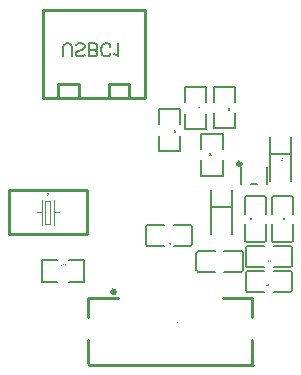
<source format=gbo>
G04 Layer: BottomSilkscreenLayer*
G04 EasyEDA v6.5.33, 2023-07-29 01:37:07*
G04 e2284e44ffa54268a608bda52510a791,d031c0a8eb424844af7c2e53bc7358ee,10*
G04 Gerber Generator version 0.2*
G04 Scale: 100 percent, Rotated: No, Reflected: No *
G04 Dimensions in millimeters *
G04 leading zeros omitted , absolute positions ,4 integer and 5 decimal *
%FSLAX45Y45*%
%MOMM*%

%ADD10C,0.1524*%
%ADD11C,0.2540*%
%ADD12C,0.1000*%
%ADD13C,0.3000*%

%LPD*%
G36*
X14280032Y6807352D02*
G01*
X14279524Y6807098D01*
X14279778Y6803034D01*
X14279727Y6792163D01*
X14279524Y6790080D01*
X14275714Y6789318D01*
X14275714Y6788556D01*
X14285874Y6788556D01*
X14285874Y6789318D01*
X14282064Y6790080D01*
X14282064Y6805320D01*
X14285620Y6805066D01*
X14285620Y6805828D01*
G37*
G36*
X14288922Y6807098D02*
G01*
X14288922Y6806336D01*
X14291462Y6805828D01*
X14296034Y6798716D01*
X14290700Y6789826D01*
X14288414Y6789572D01*
X14288414Y6788556D01*
X14296034Y6788556D01*
X14296034Y6789572D01*
X14293494Y6789826D01*
X14297558Y6796684D01*
X14301622Y6789826D01*
X14299336Y6789572D01*
X14299336Y6788556D01*
X14305686Y6788556D01*
X14305686Y6789572D01*
X14303146Y6789826D01*
X14298066Y6797700D01*
X14303146Y6805828D01*
X14305432Y6806336D01*
X14305432Y6807098D01*
X14297558Y6807098D01*
X14297558Y6806336D01*
X14300352Y6805828D01*
X14296542Y6799732D01*
X14292732Y6805828D01*
X14295272Y6806336D01*
X14295272Y6807098D01*
G37*
G36*
X15985744Y6795516D02*
G01*
X15983102Y6795109D01*
X15981019Y6793788D01*
X15979648Y6791350D01*
X15979140Y6787642D01*
X15979140Y6776466D01*
X15981172Y6776466D01*
X15981172Y6787642D01*
X15981527Y6790486D01*
X15982492Y6792264D01*
X15983966Y6793230D01*
X15985744Y6793484D01*
X15987522Y6793230D01*
X15988995Y6792264D01*
X15989960Y6790486D01*
X15990316Y6787642D01*
X15990316Y6776466D01*
X15992348Y6776466D01*
X15992348Y6787642D01*
X15991840Y6791350D01*
X15990366Y6793788D01*
X15988284Y6795109D01*
G37*
G36*
X16015462Y6795516D02*
G01*
X16013430Y6795312D01*
X16011804Y6794703D01*
X16010534Y6793890D01*
X16009619Y6792975D01*
X16010636Y6791452D01*
X16011499Y6792366D01*
X16012566Y6793077D01*
X16013785Y6793534D01*
X16015207Y6793738D01*
X16016782Y6793484D01*
X16018103Y6792722D01*
X16018967Y6791604D01*
X16019272Y6790181D01*
X16018916Y6788607D01*
X16017849Y6787438D01*
X16015969Y6786625D01*
X16013176Y6786372D01*
X16013176Y6784594D01*
X16015716Y6784340D01*
X16017392Y6783578D01*
X16018256Y6782460D01*
X16018510Y6781038D01*
X16018256Y6779717D01*
X16017595Y6778752D01*
X16016579Y6778193D01*
X16015207Y6777990D01*
X16013125Y6778498D01*
X16011398Y6779768D01*
X16010128Y6778498D01*
X16012464Y6776872D01*
X16013785Y6776415D01*
X16015207Y6776212D01*
X16017341Y6776516D01*
X16019018Y6777431D01*
X16020135Y6778904D01*
X16020542Y6780784D01*
X16020288Y6782358D01*
X16019627Y6783628D01*
X16018611Y6784644D01*
X16017240Y6785356D01*
X16018814Y6785965D01*
X16020135Y6786981D01*
X16020999Y6788403D01*
X16021304Y6790181D01*
X16020846Y6792417D01*
X16019627Y6794093D01*
X16017748Y6795160D01*
G37*
G36*
X15997174Y6795008D02*
G01*
X15997174Y6793484D01*
X16001238Y6793484D01*
X16001238Y6779259D01*
X15997936Y6779259D01*
X15997936Y6777736D01*
X16000018Y6777278D01*
X16001746Y6776466D01*
X16003269Y6776466D01*
X16003269Y6793484D01*
X16007080Y6793484D01*
X16007080Y6795008D01*
G37*
G36*
X16023844Y6795008D02*
G01*
X16023844Y6793992D01*
X16027654Y6790283D01*
X16030346Y6787032D01*
X16031972Y6784238D01*
X16032480Y6781800D01*
X16032226Y6780225D01*
X16031565Y6779056D01*
X16030448Y6778244D01*
X16028924Y6777990D01*
X16026688Y6778548D01*
X16025723Y6779158D01*
X16024860Y6780022D01*
X16023590Y6779006D01*
X16026079Y6776923D01*
X16027552Y6776415D01*
X16029178Y6776212D01*
X16031413Y6776567D01*
X16033089Y6777634D01*
X16034156Y6779310D01*
X16034512Y6781546D01*
X16033953Y6784390D01*
X16032429Y6787337D01*
X16029990Y6790334D01*
X16026892Y6793484D01*
X16029940Y6793230D01*
X16035274Y6793230D01*
X16035274Y6795008D01*
G37*
G36*
X15364612Y7355535D02*
G01*
X15362377Y7355078D01*
X15360700Y7353808D01*
X15359634Y7351979D01*
X15359278Y7349693D01*
X15359481Y7347610D01*
X15360040Y7345984D01*
X15360853Y7344714D01*
X15361818Y7343851D01*
X15363088Y7344816D01*
X15361666Y7346746D01*
X15361208Y7347966D01*
X15361056Y7349439D01*
X15361259Y7351014D01*
X15361970Y7352284D01*
X15363088Y7353147D01*
X15364612Y7353503D01*
X15366136Y7353147D01*
X15367355Y7352030D01*
X15368117Y7350150D01*
X15368422Y7347407D01*
X15369946Y7347407D01*
X15370251Y7349947D01*
X15371063Y7351572D01*
X15372283Y7352436D01*
X15373756Y7352741D01*
X15374975Y7352487D01*
X15375940Y7351826D01*
X15376550Y7350810D01*
X15376804Y7349439D01*
X15376296Y7347305D01*
X15375026Y7345629D01*
X15376296Y7344359D01*
X15377871Y7346696D01*
X15378379Y7347966D01*
X15378582Y7349439D01*
X15378226Y7351522D01*
X15377312Y7353249D01*
X15375788Y7354366D01*
X15373756Y7354773D01*
X15372181Y7354519D01*
X15370911Y7353858D01*
X15369997Y7352842D01*
X15369438Y7351471D01*
X15369184Y7351471D01*
X15368574Y7353046D01*
X15367660Y7354316D01*
X15366288Y7355179D01*
G37*
G36*
X15359532Y7341565D02*
G01*
X15359532Y7330135D01*
X15360802Y7330135D01*
X15364358Y7334046D01*
X15367558Y7336739D01*
X15370403Y7338263D01*
X15372994Y7338771D01*
X15374416Y7338568D01*
X15375636Y7337907D01*
X15376499Y7336840D01*
X15376804Y7335215D01*
X15376601Y7334097D01*
X15375382Y7332065D01*
X15374518Y7331151D01*
X15375788Y7330135D01*
X15377718Y7332472D01*
X15378328Y7333843D01*
X15378582Y7335469D01*
X15378176Y7337653D01*
X15377007Y7339330D01*
X15375229Y7340396D01*
X15372994Y7340803D01*
X15370098Y7340244D01*
X15367203Y7338669D01*
X15364206Y7336281D01*
X15361056Y7333132D01*
X15361310Y7335570D01*
X15361310Y7341565D01*
G37*
G36*
X15359532Y7328357D02*
G01*
X15359532Y7325766D01*
X15367660Y7321245D01*
X15367660Y7317689D01*
X15369184Y7317689D01*
X15369387Y7323023D01*
X15370098Y7324547D01*
X15371318Y7325461D01*
X15372994Y7325766D01*
X15374619Y7325461D01*
X15375686Y7324547D01*
X15376347Y7323023D01*
X15376550Y7317689D01*
X15359532Y7317689D01*
X15359532Y7315657D01*
X15378074Y7315657D01*
X15378074Y7321499D01*
X15377820Y7323988D01*
X15376956Y7325969D01*
X15375382Y7327341D01*
X15372994Y7327849D01*
X15370962Y7327493D01*
X15369438Y7326630D01*
X15368371Y7325258D01*
X15367660Y7323531D01*
G37*
G36*
X14427860Y6208014D02*
G01*
X14425676Y6207607D01*
X14423999Y6206540D01*
X14422932Y6204864D01*
X14422526Y6202680D01*
X14423034Y6199784D01*
X14424507Y6196888D01*
X14426844Y6193891D01*
X14429892Y6190742D01*
X14427606Y6190996D01*
X14421510Y6190996D01*
X14421510Y6189218D01*
X14432940Y6189218D01*
X14432940Y6190488D01*
X14429181Y6194044D01*
X14426590Y6197244D01*
X14425066Y6200089D01*
X14424558Y6202680D01*
X14424761Y6204102D01*
X14425422Y6205321D01*
X14426488Y6206185D01*
X14428114Y6206490D01*
X14429232Y6206286D01*
X14431111Y6205067D01*
X14431924Y6204204D01*
X14433194Y6205474D01*
X14430857Y6207302D01*
X14429486Y6207810D01*
G37*
G36*
X14413382Y6208014D02*
G01*
X14410994Y6207404D01*
X14409166Y6205677D01*
X14407997Y6202730D01*
X14407540Y6198616D01*
X14409572Y6198616D01*
X14409877Y6202070D01*
X14410639Y6204508D01*
X14411858Y6205982D01*
X14413382Y6206490D01*
X14414804Y6205982D01*
X14415922Y6204508D01*
X14416684Y6202070D01*
X14416938Y6198616D01*
X14416684Y6194958D01*
X14415922Y6192418D01*
X14414804Y6190945D01*
X14413382Y6190488D01*
X14411858Y6190945D01*
X14410639Y6192418D01*
X14409877Y6194958D01*
X14409572Y6198616D01*
X14407540Y6198616D01*
X14407997Y6194298D01*
X14409166Y6191300D01*
X14410994Y6189522D01*
X14413382Y6188964D01*
X14415668Y6189522D01*
X14417446Y6191300D01*
X14418563Y6194298D01*
X14418970Y6198616D01*
X14418563Y6202730D01*
X14417446Y6205677D01*
X14415668Y6207404D01*
G37*
G36*
X14441830Y6207760D02*
G01*
X14439239Y6207506D01*
X14437258Y6206642D01*
X14435937Y6205067D01*
X14435480Y6202680D01*
X14437512Y6202680D01*
X14437868Y6204254D01*
X14438782Y6205270D01*
X14440204Y6205778D01*
X14442084Y6205982D01*
X14445386Y6205982D01*
X14445386Y6198870D01*
X14442084Y6198870D01*
X14440204Y6199073D01*
X14438782Y6199784D01*
X14437868Y6201003D01*
X14437512Y6202680D01*
X14435480Y6202680D01*
X14435785Y6200648D01*
X14436598Y6199124D01*
X14437969Y6198057D01*
X14439798Y6197346D01*
X14434972Y6189218D01*
X14437258Y6189218D01*
X14441830Y6197346D01*
X14445386Y6197346D01*
X14445386Y6189218D01*
X14447418Y6189218D01*
X14447418Y6207760D01*
G37*
G36*
X15824250Y7535265D02*
G01*
X15821558Y7534706D01*
X15819526Y7533335D01*
X15818307Y7531404D01*
X15817900Y7529169D01*
X15818104Y7527239D01*
X15818662Y7525664D01*
X15820440Y7523327D01*
X15821710Y7524343D01*
X15820288Y7526223D01*
X15819831Y7527493D01*
X15819678Y7528915D01*
X15819983Y7530541D01*
X15820898Y7531912D01*
X15822371Y7532878D01*
X15824250Y7533233D01*
X15826079Y7532928D01*
X15827451Y7532065D01*
X15828263Y7530744D01*
X15828568Y7529169D01*
X15828314Y7527493D01*
X15827552Y7525867D01*
X15828314Y7524851D01*
X15836950Y7525359D01*
X15836950Y7534249D01*
X15835172Y7534249D01*
X15835172Y7527137D01*
X15829330Y7526629D01*
X15830245Y7528814D01*
X15830346Y7529677D01*
X15829940Y7531811D01*
X15828822Y7533589D01*
X15826892Y7534808D01*
G37*
G36*
X15818154Y7521803D02*
G01*
X15818154Y7519517D01*
X15826282Y7514945D01*
X15826282Y7511389D01*
X15828060Y7511389D01*
X15828263Y7516672D01*
X15828975Y7518095D01*
X15830092Y7518958D01*
X15831616Y7519263D01*
X15833242Y7518958D01*
X15834360Y7518095D01*
X15834969Y7516672D01*
X15835172Y7511389D01*
X15818154Y7511389D01*
X15818154Y7509357D01*
X15836950Y7509357D01*
X15836950Y7514945D01*
X15836646Y7517536D01*
X15835680Y7519517D01*
X15834055Y7520838D01*
X15831616Y7521295D01*
X15829686Y7520990D01*
X15828213Y7520178D01*
X15827146Y7518806D01*
X15826536Y7516977D01*
G37*
G36*
X15569590Y7539634D02*
G01*
X15569590Y7537094D01*
X15564256Y7537094D01*
X15564256Y7535316D01*
X15580512Y7535316D01*
X15577718Y7533792D01*
X15571114Y7529220D01*
X15571114Y7535316D01*
X15569590Y7535316D01*
X15569590Y7526934D01*
X15570860Y7526934D01*
X15582798Y7535062D01*
X15582798Y7537094D01*
X15571114Y7537094D01*
X15571114Y7539634D01*
G37*
G36*
X15564256Y7525918D02*
G01*
X15564256Y7523378D01*
X15572384Y7518806D01*
X15572384Y7515250D01*
X15574162Y7515250D01*
X15574365Y7520533D01*
X15575026Y7522006D01*
X15576092Y7522819D01*
X15577718Y7523124D01*
X15579344Y7522819D01*
X15580461Y7522006D01*
X15581071Y7520533D01*
X15581274Y7515250D01*
X15564256Y7515250D01*
X15564256Y7513218D01*
X15582798Y7513218D01*
X15582798Y7518806D01*
X15582544Y7521448D01*
X15581680Y7523530D01*
X15580156Y7524902D01*
X15577718Y7525410D01*
X15575838Y7525105D01*
X15574314Y7524191D01*
X15573248Y7522819D01*
X15572638Y7521092D01*
G37*
G36*
X15663367Y7151776D02*
G01*
X15663367Y7149744D01*
X15672257Y7149744D01*
X15672257Y7146442D01*
X15672003Y7144410D01*
X15671292Y7142988D01*
X15670072Y7142124D01*
X15668447Y7141870D01*
X15666821Y7142124D01*
X15665805Y7142988D01*
X15665297Y7144410D01*
X15665145Y7149744D01*
X15663367Y7149744D01*
X15663367Y7146188D01*
X15663621Y7143546D01*
X15664434Y7141464D01*
X15666008Y7140092D01*
X15668447Y7139584D01*
X15670479Y7139889D01*
X15672054Y7140803D01*
X15673120Y7142124D01*
X15673781Y7143902D01*
X15681909Y7139076D01*
X15681909Y7141616D01*
X15674035Y7146188D01*
X15674035Y7149744D01*
X15681909Y7149744D01*
X15681909Y7151776D01*
G37*
G36*
X15679877Y7137806D02*
G01*
X15678353Y7136536D01*
X15679928Y7134707D01*
X15680436Y7133488D01*
X15680639Y7131964D01*
X15680334Y7130389D01*
X15679572Y7129170D01*
X15678353Y7128408D01*
X15676829Y7128154D01*
X15675254Y7128459D01*
X15674035Y7129424D01*
X15673273Y7131253D01*
X15673019Y7133996D01*
X15671495Y7133996D01*
X15671190Y7131456D01*
X15670428Y7129780D01*
X15669209Y7128916D01*
X15667685Y7128662D01*
X15666466Y7128865D01*
X15665551Y7129525D01*
X15664942Y7130592D01*
X15664637Y7131964D01*
X15665246Y7134047D01*
X15666669Y7135774D01*
X15665145Y7137044D01*
X15663621Y7134707D01*
X15663214Y7133386D01*
X15663113Y7131964D01*
X15663367Y7129830D01*
X15664230Y7128154D01*
X15665653Y7127036D01*
X15667685Y7126630D01*
X15669260Y7126833D01*
X15670530Y7127494D01*
X15671546Y7128560D01*
X15672257Y7129932D01*
X15672866Y7128306D01*
X15673882Y7127036D01*
X15675305Y7126173D01*
X15677083Y7125868D01*
X15679267Y7126325D01*
X15680944Y7127646D01*
X15682010Y7129525D01*
X15682417Y7131710D01*
X15682163Y7133742D01*
X15681604Y7135418D01*
G37*
G36*
X15409163Y5721096D02*
G01*
X15407538Y5720943D01*
X15404998Y5719826D01*
X15404084Y5719064D01*
X15405354Y5717540D01*
X15406878Y5718810D01*
X15409163Y5719318D01*
X15411602Y5718810D01*
X15413532Y5717336D01*
X15414802Y5714949D01*
X15415260Y5711698D01*
X15414853Y5708446D01*
X15413634Y5705957D01*
X15411704Y5704382D01*
X15409163Y5703824D01*
X15407894Y5703976D01*
X15405811Y5704992D01*
X15404846Y5705856D01*
X15403576Y5704586D01*
X15406116Y5702757D01*
X15407640Y5702249D01*
X15409418Y5702046D01*
X15412567Y5702706D01*
X15415056Y5704586D01*
X15416682Y5707634D01*
X15417292Y5711698D01*
X15416682Y5715609D01*
X15414955Y5718606D01*
X15412364Y5720435D01*
G37*
G36*
X15396210Y5721096D02*
G01*
X15393974Y5720740D01*
X15392298Y5719673D01*
X15391231Y5717997D01*
X15390876Y5715762D01*
X15391434Y5712917D01*
X15392958Y5709970D01*
X15395397Y5706973D01*
X15398496Y5703824D01*
X15396870Y5704027D01*
X15390113Y5704078D01*
X15390113Y5702300D01*
X15401544Y5702300D01*
X15401544Y5703570D01*
X15397734Y5707176D01*
X15395041Y5710326D01*
X15393416Y5713171D01*
X15392907Y5715762D01*
X15393162Y5717235D01*
X15393822Y5718403D01*
X15394940Y5719267D01*
X15396463Y5719572D01*
X15398699Y5718911D01*
X15400528Y5717286D01*
X15401798Y5718556D01*
X15399308Y5720384D01*
X15397835Y5720892D01*
G37*
G36*
X15435326Y5720842D02*
G01*
X15435326Y5719064D01*
X15443962Y5719064D01*
X15443962Y5712460D01*
X15436596Y5712460D01*
X15436596Y5710682D01*
X15443962Y5710682D01*
X15443962Y5702300D01*
X15445994Y5702300D01*
X15445994Y5720842D01*
G37*
G36*
X15426944Y5720842D02*
G01*
X15424150Y5720588D01*
X15422016Y5719673D01*
X15420594Y5718048D01*
X15420086Y5715508D01*
X15422118Y5715508D01*
X15422422Y5717235D01*
X15423438Y5718352D01*
X15425013Y5718911D01*
X15429992Y5719064D01*
X15429992Y5711444D01*
X15427198Y5711444D01*
X15424912Y5711698D01*
X15423337Y5712409D01*
X15422422Y5713679D01*
X15422118Y5715508D01*
X15420086Y5715508D01*
X15420543Y5713018D01*
X15421914Y5711291D01*
X15424048Y5710275D01*
X15426944Y5709920D01*
X15429992Y5709920D01*
X15429992Y5702300D01*
X15432024Y5702300D01*
X15432024Y5720842D01*
G37*
G36*
X16267684Y7104888D02*
G01*
X16267684Y7093458D01*
X16268954Y7093458D01*
X16272662Y7097217D01*
X16275812Y7099858D01*
X16278606Y7101331D01*
X16281146Y7101840D01*
X16282720Y7101636D01*
X16283889Y7101027D01*
X16284701Y7099909D01*
X16284956Y7098284D01*
X16284752Y7097166D01*
X16283584Y7095286D01*
X16282669Y7094474D01*
X16283940Y7093203D01*
X16285921Y7095591D01*
X16286530Y7096963D01*
X16286734Y7098538D01*
X16286327Y7100773D01*
X16285159Y7102449D01*
X16283432Y7103516D01*
X16281146Y7103872D01*
X16278402Y7103364D01*
X16275507Y7101890D01*
X16272510Y7099604D01*
X16269462Y7096506D01*
X16269462Y7104888D01*
G37*
G36*
X16267684Y7090409D02*
G01*
X16267684Y7080503D01*
X16269462Y7080503D01*
X16269462Y7084568D01*
X16283686Y7084568D01*
X16283686Y7081520D01*
X16284956Y7081520D01*
X16286226Y7085075D01*
X16286226Y7086853D01*
X16269462Y7086853D01*
X16269462Y7090409D01*
G37*
G36*
X16269969Y7077202D02*
G01*
X16268954Y7076135D01*
X16268141Y7074865D01*
X16267633Y7073392D01*
X16267430Y7071614D01*
X16268090Y7068464D01*
X16269969Y7065975D01*
X16273018Y7064349D01*
X16277082Y7063740D01*
X16281044Y7064349D01*
X16284092Y7065975D01*
X16286022Y7068566D01*
X16286734Y7071868D01*
X16286530Y7073442D01*
X16285210Y7075931D01*
X16284448Y7076948D01*
X16282924Y7075678D01*
X16283736Y7074865D01*
X16284600Y7072985D01*
X16284701Y7071868D01*
X16284194Y7069429D01*
X16282720Y7067499D01*
X16280333Y7066229D01*
X16277082Y7065772D01*
X16273830Y7066178D01*
X16271341Y7067397D01*
X16269766Y7069328D01*
X16269207Y7071868D01*
X16269360Y7073138D01*
X16269766Y7074204D01*
X16270478Y7075220D01*
X16271494Y7076186D01*
G37*
G36*
X16149980Y6044946D02*
G01*
X16146830Y6044336D01*
X16144290Y6042406D01*
X16142665Y6039408D01*
X16142106Y6035294D01*
X16142665Y6031331D01*
X16144341Y6028283D01*
X16146932Y6026353D01*
X16150234Y6025642D01*
X16151809Y6025896D01*
X16153231Y6026404D01*
X16155314Y6027928D01*
X16154044Y6029452D01*
X16153231Y6028639D01*
X16151301Y6027775D01*
X16150234Y6027674D01*
X16147745Y6028232D01*
X16145814Y6029706D01*
X16144595Y6032093D01*
X16144138Y6035294D01*
X16144544Y6038596D01*
X16145763Y6041085D01*
X16147643Y6042660D01*
X16150234Y6043168D01*
X16151453Y6043066D01*
X16152571Y6042609D01*
X16153587Y6041898D01*
X16154552Y6040882D01*
X16155822Y6042406D01*
X16154603Y6043472D01*
X16153282Y6044285D01*
X16151758Y6044793D01*
G37*
G36*
X16158870Y6044692D02*
G01*
X16158870Y6042914D01*
X16163188Y6042914D01*
X16163188Y6028690D01*
X16159886Y6028690D01*
X16159886Y6027420D01*
X16163696Y6026150D01*
X16165220Y6026150D01*
X16165220Y6042914D01*
X16169030Y6042914D01*
X16169030Y6044692D01*
G37*
G36*
X16172840Y6044692D02*
G01*
X16172840Y6042914D01*
X16177158Y6042914D01*
X16177158Y6028690D01*
X16173856Y6028690D01*
X16173856Y6027420D01*
X16177412Y6026150D01*
X16179190Y6026150D01*
X16179190Y6042914D01*
X16183000Y6042914D01*
X16183000Y6044692D01*
G37*
G36*
X16149980Y6245047D02*
G01*
X16146830Y6244386D01*
X16144290Y6242507D01*
X16142665Y6239510D01*
X16142106Y6235395D01*
X16142665Y6231432D01*
X16144341Y6228384D01*
X16146932Y6226454D01*
X16150234Y6225743D01*
X16151809Y6225946D01*
X16153231Y6226403D01*
X16155314Y6228029D01*
X16154044Y6229299D01*
X16152317Y6228029D01*
X16150234Y6227521D01*
X16147745Y6228080D01*
X16145814Y6229654D01*
X16144595Y6232144D01*
X16144138Y6235395D01*
X16144544Y6238697D01*
X16145763Y6241135D01*
X16147643Y6242710D01*
X16150234Y6243269D01*
X16151453Y6243116D01*
X16152571Y6242710D01*
X16153587Y6241999D01*
X16154552Y6240983D01*
X16155822Y6242253D01*
X16154603Y6243472D01*
X16153282Y6244336D01*
X16151758Y6244894D01*
G37*
G36*
X16177666Y6245047D02*
G01*
X16175228Y6244437D01*
X16173399Y6242608D01*
X16172230Y6239611D01*
X16171824Y6235395D01*
X16173856Y6235395D01*
X16174110Y6239002D01*
X16174872Y6241440D01*
X16176091Y6242862D01*
X16177666Y6243269D01*
X16179088Y6242862D01*
X16180206Y6241440D01*
X16180917Y6239002D01*
X16181222Y6235395D01*
X16180917Y6231839D01*
X16180206Y6229400D01*
X16179088Y6227978D01*
X16177666Y6227521D01*
X16176091Y6227978D01*
X16174872Y6229400D01*
X16174110Y6231839D01*
X16173856Y6235395D01*
X16171824Y6235395D01*
X16172230Y6231128D01*
X16173399Y6228130D01*
X16175228Y6226352D01*
X16177666Y6225743D01*
X16180003Y6226352D01*
X16181781Y6228130D01*
X16182848Y6231128D01*
X16183254Y6235395D01*
X16182848Y6239611D01*
X16181781Y6242608D01*
X16180003Y6244437D01*
G37*
G36*
X16158870Y6244793D02*
G01*
X16158870Y6243015D01*
X16163188Y6243015D01*
X16163188Y6228791D01*
X16159886Y6228791D01*
X16159886Y6227267D01*
X16161969Y6226860D01*
X16163696Y6225997D01*
X16165220Y6225997D01*
X16165220Y6243015D01*
X16169030Y6243015D01*
X16169030Y6244793D01*
G37*
G36*
X15763748Y6286296D02*
G01*
X15762122Y6286144D01*
X15760750Y6285687D01*
X15758668Y6284264D01*
X15759938Y6282740D01*
X15761665Y6284010D01*
X15763748Y6284518D01*
X15766186Y6284010D01*
X15768116Y6282537D01*
X15769386Y6280150D01*
X15769844Y6276898D01*
X15769437Y6273647D01*
X15768218Y6271158D01*
X15766288Y6269583D01*
X15763748Y6269024D01*
X15762478Y6269177D01*
X15760395Y6270193D01*
X15759430Y6271056D01*
X15758160Y6269786D01*
X15760700Y6267958D01*
X15762224Y6267450D01*
X15764001Y6267246D01*
X15767151Y6267907D01*
X15769640Y6269786D01*
X15771266Y6272834D01*
X15771876Y6276898D01*
X15771266Y6280810D01*
X15769640Y6283807D01*
X15767050Y6285636D01*
G37*
G36*
X15751048Y6286296D02*
G01*
X15748457Y6285788D01*
X15746425Y6284163D01*
X15745155Y6281470D01*
X15744819Y6278676D01*
X15746730Y6278676D01*
X15747136Y6281216D01*
X15748050Y6283147D01*
X15749320Y6284366D01*
X15751048Y6284772D01*
X15752267Y6284468D01*
X15753232Y6283553D01*
X15753892Y6282182D01*
X15754096Y6280454D01*
X15753892Y6278727D01*
X15753283Y6277356D01*
X15752267Y6276441D01*
X15750794Y6276136D01*
X15749778Y6276289D01*
X15748762Y6276746D01*
X15747746Y6277508D01*
X15746730Y6278676D01*
X15744819Y6278676D01*
X15744698Y6277660D01*
X15745256Y6272834D01*
X15746780Y6269583D01*
X15748965Y6267805D01*
X15751556Y6267246D01*
X15753994Y6267754D01*
X15755874Y6269024D01*
X15754604Y6270294D01*
X15753283Y6269228D01*
X15751556Y6268770D01*
X15749778Y6269228D01*
X15748304Y6270650D01*
X15747238Y6273190D01*
X15746730Y6276898D01*
X15748812Y6275273D01*
X15751048Y6274612D01*
X15753130Y6274968D01*
X15754756Y6276086D01*
X15755772Y6277914D01*
X15756128Y6280454D01*
X15755721Y6282893D01*
X15754654Y6284722D01*
X15753029Y6285890D01*
G37*
G36*
X15316657Y6389268D02*
G01*
X15313507Y6388608D01*
X15311018Y6386728D01*
X15309392Y6383680D01*
X15308783Y6379616D01*
X15309392Y6375501D01*
X15311069Y6372504D01*
X15313609Y6370574D01*
X15316911Y6369964D01*
X15318536Y6370116D01*
X15319959Y6370624D01*
X15321076Y6371336D01*
X15321991Y6372250D01*
X15320721Y6373520D01*
X15318994Y6372250D01*
X15318028Y6371844D01*
X15316911Y6371742D01*
X15314472Y6372250D01*
X15312542Y6373825D01*
X15311272Y6376314D01*
X15310815Y6379616D01*
X15311221Y6382867D01*
X15312440Y6385356D01*
X15314371Y6386931D01*
X15316911Y6387490D01*
X15318181Y6387338D01*
X15320263Y6386169D01*
X15321229Y6385204D01*
X15322499Y6386474D01*
X15321330Y6387642D01*
X15319959Y6388506D01*
X15318435Y6389065D01*
G37*
G36*
X15330373Y6389268D02*
G01*
X15328087Y6388862D01*
X15326207Y6387846D01*
X15324988Y6386271D01*
X15324531Y6384188D01*
X15326309Y6384188D01*
X15326613Y6385560D01*
X15327477Y6386728D01*
X15328798Y6387439D01*
X15330373Y6387744D01*
X15331948Y6387439D01*
X15333167Y6386728D01*
X15333929Y6385712D01*
X15334183Y6384442D01*
X15333776Y6382766D01*
X15332710Y6381546D01*
X15331084Y6380632D01*
X15329103Y6379870D01*
X15328036Y6380581D01*
X15327122Y6381546D01*
X15326563Y6382766D01*
X15326309Y6384188D01*
X15324531Y6384188D01*
X15324836Y6382461D01*
X15325598Y6381038D01*
X15327833Y6379108D01*
X15326207Y6377228D01*
X15325750Y6376060D01*
X15325547Y6374790D01*
X15327325Y6374790D01*
X15327680Y6376263D01*
X15328646Y6377381D01*
X15331643Y6378854D01*
X15333167Y6377127D01*
X15333675Y6375044D01*
X15333472Y6373723D01*
X15332811Y6372555D01*
X15331744Y6371793D01*
X15330373Y6371488D01*
X15329154Y6371691D01*
X15328188Y6372352D01*
X15327579Y6373418D01*
X15327325Y6374790D01*
X15325547Y6374790D01*
X15325902Y6372860D01*
X15326918Y6371285D01*
X15328442Y6370320D01*
X15330373Y6369964D01*
X15332557Y6370320D01*
X15334183Y6371336D01*
X15335148Y6372961D01*
X15335453Y6375044D01*
X15335250Y6376365D01*
X15334691Y6377584D01*
X15333878Y6378600D01*
X15332913Y6379362D01*
X15332913Y6379616D01*
X15334183Y6380429D01*
X15335250Y6381445D01*
X15335961Y6382715D01*
X15336215Y6384442D01*
X15335808Y6386372D01*
X15334640Y6387896D01*
X15332811Y6388862D01*
G37*
G36*
X16296792Y6612585D02*
G01*
X16292728Y6611975D01*
X16289680Y6610299D01*
X16287800Y6607759D01*
X16287140Y6604457D01*
X16287343Y6602882D01*
X16287800Y6601510D01*
X16289426Y6599377D01*
X16290696Y6600647D01*
X16289426Y6602374D01*
X16288918Y6604457D01*
X16289477Y6606895D01*
X16291051Y6608825D01*
X16293541Y6610096D01*
X16296792Y6610553D01*
X16299942Y6610146D01*
X16302329Y6608978D01*
X16303904Y6607098D01*
X16304412Y6604711D01*
X16304310Y6603288D01*
X16303904Y6602120D01*
X16302380Y6600139D01*
X16303650Y6599123D01*
X16304869Y6600190D01*
X16305733Y6601409D01*
X16306292Y6602933D01*
X16306444Y6604711D01*
X16305784Y6607860D01*
X16303802Y6610350D01*
X16300805Y6611975D01*
G37*
G36*
X16303904Y6597345D02*
G01*
X16302380Y6596329D01*
X16304006Y6594297D01*
X16304513Y6593027D01*
X16304666Y6591503D01*
X16304412Y6589928D01*
X16303650Y6588709D01*
X16302532Y6587947D01*
X16301110Y6587693D01*
X16299535Y6587998D01*
X16298214Y6588963D01*
X16297401Y6590792D01*
X16297046Y6593535D01*
X16295522Y6593535D01*
X16295268Y6591147D01*
X16294506Y6589572D01*
X16293388Y6588709D01*
X16291966Y6588455D01*
X16290645Y6588658D01*
X16289680Y6589217D01*
X16289019Y6590182D01*
X16288664Y6591503D01*
X16289324Y6593738D01*
X16289883Y6594703D01*
X16290696Y6595567D01*
X16289172Y6596583D01*
X16287800Y6594297D01*
X16287343Y6592976D01*
X16287140Y6591503D01*
X16287445Y6589369D01*
X16288308Y6587693D01*
X16289731Y6586575D01*
X16291712Y6586169D01*
X16293287Y6586423D01*
X16294607Y6587134D01*
X16295573Y6588201D01*
X16296284Y6589471D01*
X16296894Y6587998D01*
X16297960Y6586778D01*
X16299383Y6585966D01*
X16301110Y6585661D01*
X16303345Y6586118D01*
X16305022Y6587337D01*
X16306088Y6589166D01*
X16306444Y6591503D01*
X16306241Y6593433D01*
X16305682Y6595008D01*
G37*
G36*
X16007537Y6597243D02*
G01*
X16007537Y6585813D01*
X16008807Y6585813D01*
X16012363Y6589775D01*
X16015563Y6592417D01*
X16018408Y6593992D01*
X16020999Y6594449D01*
X16022421Y6594297D01*
X16023640Y6593636D01*
X16024504Y6592519D01*
X16024809Y6590893D01*
X16024606Y6589826D01*
X16024148Y6588810D01*
X16022523Y6586829D01*
X16023793Y6585813D01*
X16025622Y6588201D01*
X16026130Y6589572D01*
X16026333Y6591147D01*
X16025977Y6593382D01*
X16024910Y6595059D01*
X16023234Y6596125D01*
X16020999Y6596481D01*
X16018103Y6595973D01*
X16015207Y6594398D01*
X16012210Y6592011D01*
X16009061Y6588861D01*
X16009315Y6591300D01*
X16009315Y6597243D01*
G37*
G36*
X16009823Y6583781D02*
G01*
X16008654Y6582613D01*
X16007892Y6581292D01*
X16007435Y6579819D01*
X16007283Y6578193D01*
X16007943Y6574993D01*
X16009772Y6572453D01*
X16012718Y6570725D01*
X16016681Y6570065D01*
X16020745Y6570725D01*
X16023793Y6572453D01*
X16025672Y6574993D01*
X16026333Y6578193D01*
X16026130Y6579819D01*
X16025672Y6581241D01*
X16024910Y6582409D01*
X16024047Y6583273D01*
X16022777Y6582257D01*
X16024047Y6580530D01*
X16024555Y6578193D01*
X16023996Y6575806D01*
X16022472Y6573977D01*
X16020034Y6572808D01*
X16016935Y6572351D01*
X16013684Y6572808D01*
X16011194Y6573977D01*
X16009619Y6575806D01*
X16009061Y6578193D01*
X16009569Y6580581D01*
X16011093Y6582511D01*
G37*
G36*
X15827959Y6598462D02*
G01*
X15827959Y6588556D01*
X15829737Y6588556D01*
X15829737Y6592620D01*
X15843961Y6592620D01*
X15843961Y6589318D01*
X15845231Y6589318D01*
X15845739Y6591401D01*
X15846501Y6593128D01*
X15846501Y6594652D01*
X15829737Y6594652D01*
X15829737Y6598462D01*
G37*
G36*
X15830245Y6585254D02*
G01*
X15829026Y6584035D01*
X15828162Y6582765D01*
X15827603Y6581292D01*
X15827451Y6579666D01*
X15828111Y6576466D01*
X15830092Y6573875D01*
X15833090Y6572148D01*
X15837103Y6571538D01*
X15841167Y6572148D01*
X15844215Y6573875D01*
X15846094Y6576466D01*
X15846755Y6579666D01*
X15846551Y6581292D01*
X15846094Y6582664D01*
X15844469Y6584746D01*
X15843199Y6583730D01*
X15844469Y6582003D01*
X15844977Y6579666D01*
X15844418Y6577228D01*
X15842843Y6575399D01*
X15840456Y6574231D01*
X15837357Y6573824D01*
X15834055Y6574231D01*
X15831616Y6575399D01*
X15830042Y6577228D01*
X15829483Y6579666D01*
X15829584Y6580936D01*
X15829991Y6582105D01*
X15831515Y6583984D01*
G37*
D10*
X14425957Y7967911D02*
G01*
X14425957Y8045841D01*
X14431149Y8061426D01*
X14441540Y8071817D01*
X14457128Y8077014D01*
X14467519Y8077014D01*
X14483107Y8071817D01*
X14493496Y8061426D01*
X14498690Y8045841D01*
X14498690Y7967911D01*
X14605721Y7983494D02*
G01*
X14595330Y7973103D01*
X14579739Y7967911D01*
X14558959Y7967911D01*
X14543374Y7973103D01*
X14532983Y7983494D01*
X14532983Y7993882D01*
X14538180Y8004276D01*
X14543374Y8009478D01*
X14553763Y8014667D01*
X14584936Y8025061D01*
X14595330Y8030253D01*
X14600524Y8035455D01*
X14605721Y8045841D01*
X14605721Y8061426D01*
X14595330Y8071817D01*
X14579739Y8077014D01*
X14558959Y8077014D01*
X14543374Y8071817D01*
X14532983Y8061426D01*
X14640008Y7967911D02*
G01*
X14640008Y8077014D01*
X14640008Y7967911D02*
G01*
X14686767Y7967911D01*
X14702355Y7973103D01*
X14707549Y7978305D01*
X14712746Y7988691D01*
X14712746Y7999084D01*
X14707549Y8009478D01*
X14702355Y8014667D01*
X14686767Y8019864D01*
X14640008Y8019864D02*
G01*
X14686767Y8019864D01*
X14702355Y8025061D01*
X14707549Y8030253D01*
X14712746Y8040644D01*
X14712746Y8056234D01*
X14707549Y8066628D01*
X14702355Y8071817D01*
X14686767Y8077014D01*
X14640008Y8077014D01*
X14824969Y7993882D02*
G01*
X14819772Y7983494D01*
X14809381Y7973103D01*
X14798989Y7967911D01*
X14778210Y7967911D01*
X14767819Y7973103D01*
X14757425Y7983494D01*
X14752231Y7993882D01*
X14747034Y8009478D01*
X14747034Y8035455D01*
X14752231Y8051032D01*
X14757425Y8061426D01*
X14767819Y8071817D01*
X14778210Y8077014D01*
X14798989Y8077014D01*
X14809381Y8071817D01*
X14819772Y8061426D01*
X14824969Y8051032D01*
X14859256Y7988691D02*
G01*
X14869647Y7983494D01*
X14885235Y7967911D01*
X14885235Y8077014D01*
G36*
X16346627Y7288479D02*
G01*
X16346627Y7242759D01*
X16361867Y7242759D01*
X16361867Y7288479D01*
G37*
G36*
X16171367Y7288479D02*
G01*
X16171367Y7242759D01*
X16186556Y7242759D01*
X16186556Y7288479D01*
G37*
G36*
X15845993Y6837730D02*
G01*
X15845993Y6792010D01*
X15861182Y6792010D01*
X15861182Y6837730D01*
G37*
G36*
X15670733Y6837730D02*
G01*
X15670733Y6792010D01*
X15685922Y6792010D01*
X15685922Y6837730D01*
G37*
D11*
X13963492Y6582991D02*
G01*
X13963492Y6467980D01*
X14628454Y6467980D01*
X14628454Y6582991D01*
X14628454Y6722996D02*
G01*
X14628454Y6837982D01*
X13963492Y6837982D01*
X13963492Y6722996D01*
X13963469Y6722988D02*
G01*
X13963469Y6582991D01*
X14628472Y6582991D02*
G01*
X14628472Y6722988D01*
D12*
X14234223Y6652049D02*
G01*
X14204226Y6652049D01*
X14244228Y6752051D02*
G01*
X14244228Y6542044D01*
X14314238Y6742038D02*
G01*
X14314238Y6552049D01*
X14274231Y6552049D01*
X14274231Y6742038D01*
X14314238Y6742038D01*
X14344235Y6752051D02*
G01*
X14344235Y6542044D01*
X14389953Y6652986D02*
G01*
X14354388Y6652986D01*
D10*
X16149220Y7027887D02*
G01*
X16149220Y6887657D01*
X15933971Y7027887D02*
G01*
X15933971Y6887657D01*
X16067984Y6887657D02*
G01*
X16015208Y6887657D01*
X15234259Y7392609D02*
G01*
X15234259Y7521100D01*
X15417678Y7521100D01*
X15417678Y7392609D01*
X15234259Y7297364D02*
G01*
X15234259Y7168868D01*
X15417678Y7168868D01*
X15417678Y7297364D01*
X14376346Y6060277D02*
G01*
X14247860Y6060277D01*
X14247860Y6243690D01*
X14376346Y6243690D01*
X14471596Y6060277D02*
G01*
X14600092Y6060277D01*
X14600092Y6243690D01*
X14471596Y6243690D01*
X15699259Y7581592D02*
G01*
X15699259Y7710088D01*
X15882678Y7710088D01*
X15882678Y7581592D01*
X15699259Y7486365D02*
G01*
X15699259Y7357869D01*
X15882678Y7357869D01*
X15882678Y7486365D01*
X15453260Y7577592D02*
G01*
X15453260Y7706088D01*
X15636679Y7706088D01*
X15636679Y7577592D01*
X15453260Y7482365D02*
G01*
X15453260Y7353868D01*
X15636679Y7353868D01*
X15636679Y7482365D01*
X15778678Y7086373D02*
G01*
X15778678Y6957877D01*
X15595259Y6957877D01*
X15595259Y7086373D01*
X15778678Y7181611D02*
G01*
X15778678Y7310107D01*
X15595259Y7310107D01*
X15595259Y7181611D01*
D11*
X16031311Y5358523D02*
G01*
X14641301Y5358523D01*
X16026594Y5760897D02*
G01*
X16026594Y5919767D01*
X15774718Y5919767D01*
X16026594Y5373575D02*
G01*
X16026594Y5564670D01*
X14636607Y5760880D02*
G01*
X14636607Y5922777D01*
X14888494Y5922777D01*
X14636607Y5373575D02*
G01*
X14636607Y5564652D01*
D10*
X16354224Y6915152D02*
G01*
X16354224Y7250389D01*
X16178971Y6915152D02*
G01*
X16178971Y7250389D01*
X16354224Y7143198D02*
G01*
X16178971Y7143198D01*
X16347092Y5971613D02*
G01*
X16206088Y5971613D01*
X16206088Y6152337D02*
G01*
X16347092Y6152337D01*
X16362326Y6137107D02*
G01*
X16362326Y5986866D01*
X15984844Y5971613D02*
G01*
X16125858Y5971613D01*
X16125858Y6152337D02*
G01*
X15984844Y6152337D01*
X15969609Y6137107D02*
G01*
X15969609Y5986866D01*
X16347092Y6181636D02*
G01*
X16206088Y6181636D01*
X16206088Y6362354D02*
G01*
X16347092Y6362354D01*
X16362326Y6347106D02*
G01*
X16362326Y6196865D01*
X15984844Y6181636D02*
G01*
X16125858Y6181636D01*
X16125858Y6362354D02*
G01*
X15984844Y6362354D01*
X15969609Y6347106D02*
G01*
X15969609Y6196865D01*
X15568846Y6321356D02*
G01*
X15709844Y6321356D01*
X15709844Y6140632D02*
G01*
X15568846Y6140632D01*
X15553611Y6155867D02*
G01*
X15553611Y6306108D01*
X15931093Y6321356D02*
G01*
X15790090Y6321356D01*
X15790090Y6140632D02*
G01*
X15931093Y6140632D01*
X15946328Y6155867D02*
G01*
X15946328Y6306108D01*
X15501091Y6361635D02*
G01*
X15360093Y6361635D01*
X15360093Y6542354D02*
G01*
X15501091Y6542354D01*
X15516326Y6527106D02*
G01*
X15516326Y6376865D01*
X15138844Y6361635D02*
G01*
X15279847Y6361635D01*
X15279847Y6542354D02*
G01*
X15138844Y6542354D01*
X15123609Y6527106D02*
G01*
X15123609Y6376865D01*
X16189599Y6407856D02*
G01*
X16189599Y6548869D01*
X16370322Y6548869D02*
G01*
X16370322Y6407856D01*
X16355087Y6392626D02*
G01*
X16204846Y6392626D01*
X16189599Y6770108D02*
G01*
X16189599Y6629095D01*
X16370322Y6629095D02*
G01*
X16370322Y6770108D01*
X16355087Y6785338D02*
G01*
X16204846Y6785338D01*
X16144341Y6770115D02*
G01*
X16144341Y6629112D01*
X15963618Y6629112D02*
G01*
X15963618Y6770115D01*
X15978852Y6785355D02*
G01*
X16129093Y6785355D01*
X16144341Y6407873D02*
G01*
X16144341Y6548876D01*
X15963618Y6548876D02*
G01*
X15963618Y6407873D01*
X15978852Y6392638D02*
G01*
X16129093Y6392638D01*
X15853587Y6464378D02*
G01*
X15853587Y6799615D01*
X15678335Y6464378D02*
G01*
X15678335Y6799615D01*
X15853587Y6692425D02*
G01*
X15678335Y6692425D01*
D11*
X14809670Y7612740D02*
G01*
X14809670Y7737741D01*
X14984671Y7737741D01*
X14984671Y7612740D01*
X14384982Y7612951D02*
G01*
X14384982Y7737947D01*
X14559983Y7737947D01*
X14559983Y7612951D01*
X15116980Y8357956D02*
G01*
X14252981Y8357951D01*
X14252981Y8357951D02*
G01*
X14252981Y7612951D01*
X15116980Y7612951D02*
G01*
X15116980Y8357956D01*
X14252981Y7612951D02*
G01*
X15116980Y7612951D01*
D10*
G75*
G01*
X16347092Y6152337D02*
G02*
X16362327Y6137107I-5J-15240D01*
G75*
G01*
X16362327Y5986866D02*
G02*
X16347092Y5971614I-15240J-12D01*
G75*
G01*
X15984845Y6152337D02*
G03*
X15969610Y6137107I5J-15240D01*
G75*
G01*
X15969610Y5986866D02*
G03*
X15984845Y5971614I15240J-12D01*
G75*
G01*
X16347092Y6362355D02*
G02*
X16362327Y6347107I-5J-15240D01*
G75*
G01*
X16362327Y6196866D02*
G02*
X16347092Y6181636I-15240J10D01*
G75*
G01*
X15984845Y6362355D02*
G03*
X15969610Y6347107I5J-15240D01*
G75*
G01*
X15969610Y6196866D02*
G03*
X15984845Y6181636I15240J10D01*
G75*
G01*
X15568846Y6140633D02*
G02*
X15553611Y6155868I5J15240D01*
G75*
G01*
X15553611Y6306109D02*
G02*
X15568846Y6321356I15240J7D01*
G75*
G01*
X15931093Y6140633D02*
G03*
X15946328Y6155868I-5J15240D01*
G75*
G01*
X15946328Y6306109D02*
G03*
X15931093Y6321356I-15240J7D01*
G75*
G01*
X15501092Y6542354D02*
G02*
X15516327Y6527107I-5J-15240D01*
G75*
G01*
X15516327Y6376866D02*
G02*
X15501092Y6361636I-15240J10D01*
G75*
G01*
X15138844Y6542354D02*
G03*
X15123610Y6527107I6J-15240D01*
G75*
G01*
X15123610Y6376866D02*
G03*
X15138844Y6361636I15240J10D01*
G75*
G01*
X16370323Y6407856D02*
G02*
X16355088Y6392626I-15240J10D01*
G75*
G01*
X16204847Y6392626D02*
G02*
X16189599Y6407856I-8J15240D01*
G75*
G01*
X16370323Y6770108D02*
G03*
X16355088Y6785338I-15240J-10D01*
G75*
G01*
X16204847Y6785338D02*
G03*
X16189599Y6770108I-8J-15240D01*
G75*
G01*
X15963618Y6770116D02*
G02*
X15978853Y6785356I15240J0D01*
G75*
G01*
X16129094Y6785356D02*
G02*
X16144342Y6770116I8J-15240D01*
G75*
G01*
X15963618Y6407874D02*
G03*
X15978853Y6392639I15240J5D01*
G75*
G01*
X16129094Y6392639D02*
G03*
X16144342Y6407874I8J15240D01*
D13*
G75*
G01
X15930626Y7057288D02*
G03X15930626Y7057288I-15011J0D01*
D11*
G75*
G01
X14866061Y5973572D02*
G03X14866061Y5973572I-17958J0D01*
M02*

</source>
